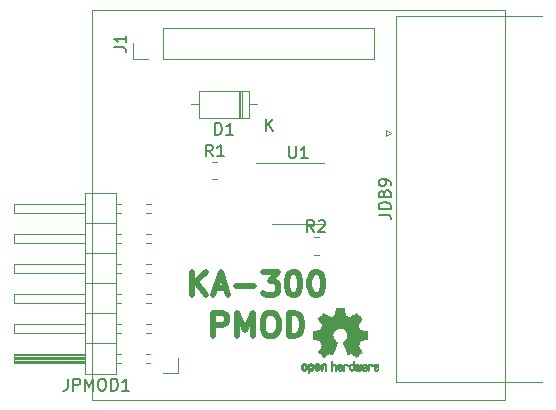
<source format=gbr>
%TF.GenerationSoftware,KiCad,Pcbnew,5.1.9*%
%TF.CreationDate,2021-02-06T21:01:27+01:00*%
%TF.ProjectId,linear_encoder,6c696e65-6172-45f6-956e-636f6465722e,0*%
%TF.SameCoordinates,Original*%
%TF.FileFunction,Legend,Top*%
%TF.FilePolarity,Positive*%
%FSLAX46Y46*%
G04 Gerber Fmt 4.6, Leading zero omitted, Abs format (unit mm)*
G04 Created by KiCad (PCBNEW 5.1.9) date 2021-02-06 21:01:27*
%MOMM*%
%LPD*%
G01*
G04 APERTURE LIST*
%ADD10C,0.500000*%
%TA.AperFunction,Profile*%
%ADD11C,0.100000*%
%TD*%
%ADD12C,0.010000*%
%ADD13C,0.120000*%
%ADD14C,0.150000*%
G04 APERTURE END LIST*
D10*
X82523809Y-43154761D02*
X82523809Y-41154761D01*
X83666666Y-43154761D02*
X82809523Y-42011904D01*
X83666666Y-41154761D02*
X82523809Y-42297619D01*
X84428571Y-42583333D02*
X85380952Y-42583333D01*
X84238095Y-43154761D02*
X84904761Y-41154761D01*
X85571428Y-43154761D01*
X86238095Y-42392857D02*
X87761904Y-42392857D01*
X88523809Y-41154761D02*
X89761904Y-41154761D01*
X89095238Y-41916666D01*
X89380952Y-41916666D01*
X89571428Y-42011904D01*
X89666666Y-42107142D01*
X89761904Y-42297619D01*
X89761904Y-42773809D01*
X89666666Y-42964285D01*
X89571428Y-43059523D01*
X89380952Y-43154761D01*
X88809523Y-43154761D01*
X88619047Y-43059523D01*
X88523809Y-42964285D01*
X91000000Y-41154761D02*
X91190476Y-41154761D01*
X91380952Y-41250000D01*
X91476190Y-41345238D01*
X91571428Y-41535714D01*
X91666666Y-41916666D01*
X91666666Y-42392857D01*
X91571428Y-42773809D01*
X91476190Y-42964285D01*
X91380952Y-43059523D01*
X91190476Y-43154761D01*
X91000000Y-43154761D01*
X90809523Y-43059523D01*
X90714285Y-42964285D01*
X90619047Y-42773809D01*
X90523809Y-42392857D01*
X90523809Y-41916666D01*
X90619047Y-41535714D01*
X90714285Y-41345238D01*
X90809523Y-41250000D01*
X91000000Y-41154761D01*
X92904761Y-41154761D02*
X93095238Y-41154761D01*
X93285714Y-41250000D01*
X93380952Y-41345238D01*
X93476190Y-41535714D01*
X93571428Y-41916666D01*
X93571428Y-42392857D01*
X93476190Y-42773809D01*
X93380952Y-42964285D01*
X93285714Y-43059523D01*
X93095238Y-43154761D01*
X92904761Y-43154761D01*
X92714285Y-43059523D01*
X92619047Y-42964285D01*
X92523809Y-42773809D01*
X92428571Y-42392857D01*
X92428571Y-41916666D01*
X92523809Y-41535714D01*
X92619047Y-41345238D01*
X92714285Y-41250000D01*
X92904761Y-41154761D01*
X84285714Y-46654761D02*
X84285714Y-44654761D01*
X85047619Y-44654761D01*
X85238095Y-44750000D01*
X85333333Y-44845238D01*
X85428571Y-45035714D01*
X85428571Y-45321428D01*
X85333333Y-45511904D01*
X85238095Y-45607142D01*
X85047619Y-45702380D01*
X84285714Y-45702380D01*
X86285714Y-46654761D02*
X86285714Y-44654761D01*
X86952380Y-46083333D01*
X87619047Y-44654761D01*
X87619047Y-46654761D01*
X88952380Y-44654761D02*
X89333333Y-44654761D01*
X89523809Y-44750000D01*
X89714285Y-44940476D01*
X89809523Y-45321428D01*
X89809523Y-45988095D01*
X89714285Y-46369047D01*
X89523809Y-46559523D01*
X89333333Y-46654761D01*
X88952380Y-46654761D01*
X88761904Y-46559523D01*
X88571428Y-46369047D01*
X88476190Y-45988095D01*
X88476190Y-45321428D01*
X88571428Y-44940476D01*
X88761904Y-44750000D01*
X88952380Y-44654761D01*
X90666666Y-46654761D02*
X90666666Y-44654761D01*
X91142857Y-44654761D01*
X91428571Y-44750000D01*
X91619047Y-44940476D01*
X91714285Y-45130952D01*
X91809523Y-45511904D01*
X91809523Y-45797619D01*
X91714285Y-46178571D01*
X91619047Y-46369047D01*
X91428571Y-46559523D01*
X91142857Y-46654761D01*
X90666666Y-46654761D01*
D11*
X109000000Y-19000000D02*
X109000000Y-52000000D01*
X74000000Y-19000000D02*
X109000000Y-19000000D01*
X74000000Y-52000000D02*
X74000000Y-19000000D01*
X109000000Y-52000000D02*
X74000000Y-52000000D01*
D12*
%TO.C,REF\u002A\u002A*%
G36*
X92599744Y-48919918D02*
G01*
X92655201Y-48947568D01*
X92704148Y-48998480D01*
X92717629Y-49017338D01*
X92732314Y-49042015D01*
X92741842Y-49068816D01*
X92747293Y-49104587D01*
X92749747Y-49156169D01*
X92750286Y-49224267D01*
X92747852Y-49317588D01*
X92739394Y-49387657D01*
X92723174Y-49439931D01*
X92697454Y-49479869D01*
X92660497Y-49512929D01*
X92657782Y-49514886D01*
X92621360Y-49534908D01*
X92577502Y-49544815D01*
X92521724Y-49547257D01*
X92431048Y-49547257D01*
X92431010Y-49635283D01*
X92430166Y-49684308D01*
X92425024Y-49713065D01*
X92411587Y-49730311D01*
X92385858Y-49744808D01*
X92379679Y-49747769D01*
X92350764Y-49761648D01*
X92328376Y-49770414D01*
X92311729Y-49771171D01*
X92300036Y-49761023D01*
X92292510Y-49737073D01*
X92288366Y-49696426D01*
X92286815Y-49636186D01*
X92287071Y-49553455D01*
X92288349Y-49445339D01*
X92288748Y-49413000D01*
X92290185Y-49301524D01*
X92291472Y-49228603D01*
X92430971Y-49228603D01*
X92431755Y-49290499D01*
X92435240Y-49330997D01*
X92443124Y-49357708D01*
X92457105Y-49378244D01*
X92466597Y-49388260D01*
X92505404Y-49417567D01*
X92539763Y-49419952D01*
X92575216Y-49395750D01*
X92576114Y-49394857D01*
X92590539Y-49376153D01*
X92599313Y-49350732D01*
X92603739Y-49311584D01*
X92605118Y-49251697D01*
X92605143Y-49238430D01*
X92601812Y-49155901D01*
X92590969Y-49098691D01*
X92571340Y-49063766D01*
X92541650Y-49048094D01*
X92524491Y-49046514D01*
X92483766Y-49053926D01*
X92455832Y-49078330D01*
X92439017Y-49122980D01*
X92431650Y-49191130D01*
X92430971Y-49228603D01*
X92291472Y-49228603D01*
X92291708Y-49215245D01*
X92293677Y-49150333D01*
X92296450Y-49102958D01*
X92300388Y-49069290D01*
X92305849Y-49045498D01*
X92313192Y-49027753D01*
X92322777Y-49012224D01*
X92326887Y-49006381D01*
X92381405Y-48951185D01*
X92450336Y-48919890D01*
X92530072Y-48911165D01*
X92599744Y-48919918D01*
G37*
X92599744Y-48919918D02*
X92655201Y-48947568D01*
X92704148Y-48998480D01*
X92717629Y-49017338D01*
X92732314Y-49042015D01*
X92741842Y-49068816D01*
X92747293Y-49104587D01*
X92749747Y-49156169D01*
X92750286Y-49224267D01*
X92747852Y-49317588D01*
X92739394Y-49387657D01*
X92723174Y-49439931D01*
X92697454Y-49479869D01*
X92660497Y-49512929D01*
X92657782Y-49514886D01*
X92621360Y-49534908D01*
X92577502Y-49544815D01*
X92521724Y-49547257D01*
X92431048Y-49547257D01*
X92431010Y-49635283D01*
X92430166Y-49684308D01*
X92425024Y-49713065D01*
X92411587Y-49730311D01*
X92385858Y-49744808D01*
X92379679Y-49747769D01*
X92350764Y-49761648D01*
X92328376Y-49770414D01*
X92311729Y-49771171D01*
X92300036Y-49761023D01*
X92292510Y-49737073D01*
X92288366Y-49696426D01*
X92286815Y-49636186D01*
X92287071Y-49553455D01*
X92288349Y-49445339D01*
X92288748Y-49413000D01*
X92290185Y-49301524D01*
X92291472Y-49228603D01*
X92430971Y-49228603D01*
X92431755Y-49290499D01*
X92435240Y-49330997D01*
X92443124Y-49357708D01*
X92457105Y-49378244D01*
X92466597Y-49388260D01*
X92505404Y-49417567D01*
X92539763Y-49419952D01*
X92575216Y-49395750D01*
X92576114Y-49394857D01*
X92590539Y-49376153D01*
X92599313Y-49350732D01*
X92603739Y-49311584D01*
X92605118Y-49251697D01*
X92605143Y-49238430D01*
X92601812Y-49155901D01*
X92590969Y-49098691D01*
X92571340Y-49063766D01*
X92541650Y-49048094D01*
X92524491Y-49046514D01*
X92483766Y-49053926D01*
X92455832Y-49078330D01*
X92439017Y-49122980D01*
X92431650Y-49191130D01*
X92430971Y-49228603D01*
X92291472Y-49228603D01*
X92291708Y-49215245D01*
X92293677Y-49150333D01*
X92296450Y-49102958D01*
X92300388Y-49069290D01*
X92305849Y-49045498D01*
X92313192Y-49027753D01*
X92322777Y-49012224D01*
X92326887Y-49006381D01*
X92381405Y-48951185D01*
X92450336Y-48919890D01*
X92530072Y-48911165D01*
X92599744Y-48919918D01*
G36*
X93716093Y-48927780D02*
G01*
X93762672Y-48954723D01*
X93795057Y-48981466D01*
X93818742Y-49009484D01*
X93835059Y-49043748D01*
X93845339Y-49089227D01*
X93850914Y-49150892D01*
X93853116Y-49233711D01*
X93853371Y-49293246D01*
X93853371Y-49512391D01*
X93791686Y-49540044D01*
X93730000Y-49567697D01*
X93722743Y-49327670D01*
X93719744Y-49238028D01*
X93716598Y-49172962D01*
X93712701Y-49128026D01*
X93707447Y-49098770D01*
X93700231Y-49080748D01*
X93690450Y-49069511D01*
X93687312Y-49067079D01*
X93639761Y-49048083D01*
X93591697Y-49055600D01*
X93563086Y-49075543D01*
X93551447Y-49089675D01*
X93543391Y-49108220D01*
X93538271Y-49136334D01*
X93535441Y-49179173D01*
X93534256Y-49241895D01*
X93534057Y-49307261D01*
X93534018Y-49389268D01*
X93532614Y-49447316D01*
X93527914Y-49486465D01*
X93517987Y-49511780D01*
X93500903Y-49528323D01*
X93474732Y-49541156D01*
X93439775Y-49554491D01*
X93401596Y-49569007D01*
X93406141Y-49311389D01*
X93407971Y-49218519D01*
X93410112Y-49149889D01*
X93413181Y-49100711D01*
X93417794Y-49066198D01*
X93424568Y-49041562D01*
X93434119Y-49022016D01*
X93445634Y-49004770D01*
X93501190Y-48949680D01*
X93568980Y-48917822D01*
X93642713Y-48910191D01*
X93716093Y-48927780D01*
G37*
X93716093Y-48927780D02*
X93762672Y-48954723D01*
X93795057Y-48981466D01*
X93818742Y-49009484D01*
X93835059Y-49043748D01*
X93845339Y-49089227D01*
X93850914Y-49150892D01*
X93853116Y-49233711D01*
X93853371Y-49293246D01*
X93853371Y-49512391D01*
X93791686Y-49540044D01*
X93730000Y-49567697D01*
X93722743Y-49327670D01*
X93719744Y-49238028D01*
X93716598Y-49172962D01*
X93712701Y-49128026D01*
X93707447Y-49098770D01*
X93700231Y-49080748D01*
X93690450Y-49069511D01*
X93687312Y-49067079D01*
X93639761Y-49048083D01*
X93591697Y-49055600D01*
X93563086Y-49075543D01*
X93551447Y-49089675D01*
X93543391Y-49108220D01*
X93538271Y-49136334D01*
X93535441Y-49179173D01*
X93534256Y-49241895D01*
X93534057Y-49307261D01*
X93534018Y-49389268D01*
X93532614Y-49447316D01*
X93527914Y-49486465D01*
X93517987Y-49511780D01*
X93500903Y-49528323D01*
X93474732Y-49541156D01*
X93439775Y-49554491D01*
X93401596Y-49569007D01*
X93406141Y-49311389D01*
X93407971Y-49218519D01*
X93410112Y-49149889D01*
X93413181Y-49100711D01*
X93417794Y-49066198D01*
X93424568Y-49041562D01*
X93434119Y-49022016D01*
X93445634Y-49004770D01*
X93501190Y-48949680D01*
X93568980Y-48917822D01*
X93642713Y-48910191D01*
X93716093Y-48927780D01*
G36*
X92041115Y-48921962D02*
G01*
X92109145Y-48957733D01*
X92159351Y-49015301D01*
X92177185Y-49052312D01*
X92191063Y-49107882D01*
X92198167Y-49178096D01*
X92198840Y-49254727D01*
X92193427Y-49329552D01*
X92182270Y-49394342D01*
X92165714Y-49440873D01*
X92160626Y-49448887D01*
X92100355Y-49508707D01*
X92028769Y-49544535D01*
X91951092Y-49555020D01*
X91872548Y-49538810D01*
X91850689Y-49529092D01*
X91808122Y-49499143D01*
X91770763Y-49459433D01*
X91767232Y-49454397D01*
X91752881Y-49430124D01*
X91743394Y-49404178D01*
X91737790Y-49370022D01*
X91735086Y-49321119D01*
X91734299Y-49250935D01*
X91734286Y-49235200D01*
X91734322Y-49230192D01*
X91879429Y-49230192D01*
X91880273Y-49296430D01*
X91883596Y-49340386D01*
X91890583Y-49368779D01*
X91902416Y-49388325D01*
X91908457Y-49394857D01*
X91943186Y-49419680D01*
X91976903Y-49418548D01*
X92010995Y-49397016D01*
X92031329Y-49374029D01*
X92043371Y-49340478D01*
X92050134Y-49287569D01*
X92050598Y-49281399D01*
X92051752Y-49185513D01*
X92039688Y-49114299D01*
X92014570Y-49068194D01*
X91976560Y-49047635D01*
X91962992Y-49046514D01*
X91927364Y-49052152D01*
X91902994Y-49071686D01*
X91888093Y-49109042D01*
X91880875Y-49168150D01*
X91879429Y-49230192D01*
X91734322Y-49230192D01*
X91734826Y-49160413D01*
X91737096Y-49108159D01*
X91742068Y-49071949D01*
X91750713Y-49045299D01*
X91764005Y-49021722D01*
X91766943Y-49017338D01*
X91816313Y-48958249D01*
X91870109Y-48923947D01*
X91935602Y-48910331D01*
X91957842Y-48909665D01*
X92041115Y-48921962D01*
G37*
X92041115Y-48921962D02*
X92109145Y-48957733D01*
X92159351Y-49015301D01*
X92177185Y-49052312D01*
X92191063Y-49107882D01*
X92198167Y-49178096D01*
X92198840Y-49254727D01*
X92193427Y-49329552D01*
X92182270Y-49394342D01*
X92165714Y-49440873D01*
X92160626Y-49448887D01*
X92100355Y-49508707D01*
X92028769Y-49544535D01*
X91951092Y-49555020D01*
X91872548Y-49538810D01*
X91850689Y-49529092D01*
X91808122Y-49499143D01*
X91770763Y-49459433D01*
X91767232Y-49454397D01*
X91752881Y-49430124D01*
X91743394Y-49404178D01*
X91737790Y-49370022D01*
X91735086Y-49321119D01*
X91734299Y-49250935D01*
X91734286Y-49235200D01*
X91734322Y-49230192D01*
X91879429Y-49230192D01*
X91880273Y-49296430D01*
X91883596Y-49340386D01*
X91890583Y-49368779D01*
X91902416Y-49388325D01*
X91908457Y-49394857D01*
X91943186Y-49419680D01*
X91976903Y-49418548D01*
X92010995Y-49397016D01*
X92031329Y-49374029D01*
X92043371Y-49340478D01*
X92050134Y-49287569D01*
X92050598Y-49281399D01*
X92051752Y-49185513D01*
X92039688Y-49114299D01*
X92014570Y-49068194D01*
X91976560Y-49047635D01*
X91962992Y-49046514D01*
X91927364Y-49052152D01*
X91902994Y-49071686D01*
X91888093Y-49109042D01*
X91880875Y-49168150D01*
X91879429Y-49230192D01*
X91734322Y-49230192D01*
X91734826Y-49160413D01*
X91737096Y-49108159D01*
X91742068Y-49071949D01*
X91750713Y-49045299D01*
X91764005Y-49021722D01*
X91766943Y-49017338D01*
X91816313Y-48958249D01*
X91870109Y-48923947D01*
X91935602Y-48910331D01*
X91957842Y-48909665D01*
X92041115Y-48921962D01*
G36*
X93168303Y-48931239D02*
G01*
X93225527Y-48969735D01*
X93269749Y-49025335D01*
X93296167Y-49096086D01*
X93301510Y-49148162D01*
X93300903Y-49169893D01*
X93295822Y-49186531D01*
X93281855Y-49201437D01*
X93254589Y-49217973D01*
X93209612Y-49239498D01*
X93142511Y-49269374D01*
X93142171Y-49269524D01*
X93080407Y-49297813D01*
X93029759Y-49322933D01*
X92995404Y-49342179D01*
X92982518Y-49352848D01*
X92982514Y-49352934D01*
X92993872Y-49376166D01*
X93020431Y-49401774D01*
X93050923Y-49420221D01*
X93066370Y-49423886D01*
X93108515Y-49411212D01*
X93144808Y-49379471D01*
X93162517Y-49344572D01*
X93179552Y-49318845D01*
X93212922Y-49289546D01*
X93252149Y-49264235D01*
X93286756Y-49250471D01*
X93293993Y-49249714D01*
X93302139Y-49262160D01*
X93302630Y-49293972D01*
X93296643Y-49336866D01*
X93285357Y-49382558D01*
X93269950Y-49422761D01*
X93269171Y-49424322D01*
X93222804Y-49489062D01*
X93162711Y-49533097D01*
X93094465Y-49554711D01*
X93023638Y-49552185D01*
X92955804Y-49523804D01*
X92952788Y-49521808D01*
X92899427Y-49473448D01*
X92864340Y-49410352D01*
X92844922Y-49327387D01*
X92842316Y-49304078D01*
X92837701Y-49194055D01*
X92843233Y-49142748D01*
X92982514Y-49142748D01*
X92984324Y-49174753D01*
X92994222Y-49184093D01*
X93018898Y-49177105D01*
X93057795Y-49160587D01*
X93101275Y-49139881D01*
X93102356Y-49139333D01*
X93139209Y-49119949D01*
X93154000Y-49107013D01*
X93150353Y-49093451D01*
X93134995Y-49075632D01*
X93095923Y-49049845D01*
X93053846Y-49047950D01*
X93016103Y-49066717D01*
X92990034Y-49102915D01*
X92982514Y-49142748D01*
X92843233Y-49142748D01*
X92847194Y-49106027D01*
X92871550Y-49036212D01*
X92905456Y-48987302D01*
X92966653Y-48937878D01*
X93034063Y-48913359D01*
X93102880Y-48911797D01*
X93168303Y-48931239D01*
G37*
X93168303Y-48931239D02*
X93225527Y-48969735D01*
X93269749Y-49025335D01*
X93296167Y-49096086D01*
X93301510Y-49148162D01*
X93300903Y-49169893D01*
X93295822Y-49186531D01*
X93281855Y-49201437D01*
X93254589Y-49217973D01*
X93209612Y-49239498D01*
X93142511Y-49269374D01*
X93142171Y-49269524D01*
X93080407Y-49297813D01*
X93029759Y-49322933D01*
X92995404Y-49342179D01*
X92982518Y-49352848D01*
X92982514Y-49352934D01*
X92993872Y-49376166D01*
X93020431Y-49401774D01*
X93050923Y-49420221D01*
X93066370Y-49423886D01*
X93108515Y-49411212D01*
X93144808Y-49379471D01*
X93162517Y-49344572D01*
X93179552Y-49318845D01*
X93212922Y-49289546D01*
X93252149Y-49264235D01*
X93286756Y-49250471D01*
X93293993Y-49249714D01*
X93302139Y-49262160D01*
X93302630Y-49293972D01*
X93296643Y-49336866D01*
X93285357Y-49382558D01*
X93269950Y-49422761D01*
X93269171Y-49424322D01*
X93222804Y-49489062D01*
X93162711Y-49533097D01*
X93094465Y-49554711D01*
X93023638Y-49552185D01*
X92955804Y-49523804D01*
X92952788Y-49521808D01*
X92899427Y-49473448D01*
X92864340Y-49410352D01*
X92844922Y-49327387D01*
X92842316Y-49304078D01*
X92837701Y-49194055D01*
X92843233Y-49142748D01*
X92982514Y-49142748D01*
X92984324Y-49174753D01*
X92994222Y-49184093D01*
X93018898Y-49177105D01*
X93057795Y-49160587D01*
X93101275Y-49139881D01*
X93102356Y-49139333D01*
X93139209Y-49119949D01*
X93154000Y-49107013D01*
X93150353Y-49093451D01*
X93134995Y-49075632D01*
X93095923Y-49049845D01*
X93053846Y-49047950D01*
X93016103Y-49066717D01*
X92990034Y-49102915D01*
X92982514Y-49142748D01*
X92843233Y-49142748D01*
X92847194Y-49106027D01*
X92871550Y-49036212D01*
X92905456Y-48987302D01*
X92966653Y-48937878D01*
X93034063Y-48913359D01*
X93102880Y-48911797D01*
X93168303Y-48931239D01*
G36*
X94375886Y-48851289D02*
G01*
X94380139Y-48910613D01*
X94385025Y-48945572D01*
X94391795Y-48960820D01*
X94401702Y-48961015D01*
X94404914Y-48959195D01*
X94447644Y-48946015D01*
X94503227Y-48946785D01*
X94559737Y-48960333D01*
X94595082Y-48977861D01*
X94631321Y-49005861D01*
X94657813Y-49037549D01*
X94675999Y-49077813D01*
X94687322Y-49131543D01*
X94693222Y-49203626D01*
X94695143Y-49298951D01*
X94695177Y-49317237D01*
X94695200Y-49522646D01*
X94649491Y-49538580D01*
X94617027Y-49549420D01*
X94599215Y-49554468D01*
X94598691Y-49554514D01*
X94596937Y-49540828D01*
X94595444Y-49503076D01*
X94594326Y-49446224D01*
X94593697Y-49375234D01*
X94593600Y-49332073D01*
X94593398Y-49246973D01*
X94592358Y-49185981D01*
X94589831Y-49144177D01*
X94585164Y-49116642D01*
X94577707Y-49098456D01*
X94566811Y-49084698D01*
X94560007Y-49078073D01*
X94513272Y-49051375D01*
X94462272Y-49049375D01*
X94416001Y-49071955D01*
X94407444Y-49080107D01*
X94394893Y-49095436D01*
X94386188Y-49113618D01*
X94380631Y-49139909D01*
X94377526Y-49179562D01*
X94376176Y-49237832D01*
X94375886Y-49318173D01*
X94375886Y-49522646D01*
X94330177Y-49538580D01*
X94297713Y-49549420D01*
X94279901Y-49554468D01*
X94279377Y-49554514D01*
X94278037Y-49540623D01*
X94276828Y-49501439D01*
X94275801Y-49440700D01*
X94275002Y-49362141D01*
X94274481Y-49269498D01*
X94274286Y-49166509D01*
X94274286Y-48769342D01*
X94321457Y-48749444D01*
X94368629Y-48729547D01*
X94375886Y-48851289D01*
G37*
X94375886Y-48851289D02*
X94380139Y-48910613D01*
X94385025Y-48945572D01*
X94391795Y-48960820D01*
X94401702Y-48961015D01*
X94404914Y-48959195D01*
X94447644Y-48946015D01*
X94503227Y-48946785D01*
X94559737Y-48960333D01*
X94595082Y-48977861D01*
X94631321Y-49005861D01*
X94657813Y-49037549D01*
X94675999Y-49077813D01*
X94687322Y-49131543D01*
X94693222Y-49203626D01*
X94695143Y-49298951D01*
X94695177Y-49317237D01*
X94695200Y-49522646D01*
X94649491Y-49538580D01*
X94617027Y-49549420D01*
X94599215Y-49554468D01*
X94598691Y-49554514D01*
X94596937Y-49540828D01*
X94595444Y-49503076D01*
X94594326Y-49446224D01*
X94593697Y-49375234D01*
X94593600Y-49332073D01*
X94593398Y-49246973D01*
X94592358Y-49185981D01*
X94589831Y-49144177D01*
X94585164Y-49116642D01*
X94577707Y-49098456D01*
X94566811Y-49084698D01*
X94560007Y-49078073D01*
X94513272Y-49051375D01*
X94462272Y-49049375D01*
X94416001Y-49071955D01*
X94407444Y-49080107D01*
X94394893Y-49095436D01*
X94386188Y-49113618D01*
X94380631Y-49139909D01*
X94377526Y-49179562D01*
X94376176Y-49237832D01*
X94375886Y-49318173D01*
X94375886Y-49522646D01*
X94330177Y-49538580D01*
X94297713Y-49549420D01*
X94279901Y-49554468D01*
X94279377Y-49554514D01*
X94278037Y-49540623D01*
X94276828Y-49501439D01*
X94275801Y-49440700D01*
X94275002Y-49362141D01*
X94274481Y-49269498D01*
X94274286Y-49166509D01*
X94274286Y-48769342D01*
X94321457Y-48749444D01*
X94368629Y-48729547D01*
X94375886Y-48851289D01*
G36*
X95039744Y-48950968D02*
G01*
X95096616Y-48972087D01*
X95097267Y-48972493D01*
X95132440Y-48998380D01*
X95158407Y-49028633D01*
X95176670Y-49068058D01*
X95188732Y-49121462D01*
X95196096Y-49193651D01*
X95200264Y-49289432D01*
X95200629Y-49303078D01*
X95205876Y-49508842D01*
X95161716Y-49531678D01*
X95129763Y-49547110D01*
X95110470Y-49554423D01*
X95109578Y-49554514D01*
X95106239Y-49541022D01*
X95103587Y-49504626D01*
X95101956Y-49451452D01*
X95101600Y-49408393D01*
X95101592Y-49338641D01*
X95098403Y-49294837D01*
X95087288Y-49273944D01*
X95063501Y-49272925D01*
X95022296Y-49288741D01*
X94960086Y-49317815D01*
X94914341Y-49341963D01*
X94890813Y-49362913D01*
X94883896Y-49385747D01*
X94883886Y-49386877D01*
X94895299Y-49426212D01*
X94929092Y-49447462D01*
X94980809Y-49450539D01*
X95018061Y-49450006D01*
X95037703Y-49460735D01*
X95049952Y-49486505D01*
X95057002Y-49519337D01*
X95046842Y-49537966D01*
X95043017Y-49540632D01*
X95007001Y-49551340D01*
X94956566Y-49552856D01*
X94904626Y-49545759D01*
X94867822Y-49532788D01*
X94816938Y-49489585D01*
X94788014Y-49429446D01*
X94782286Y-49382462D01*
X94786657Y-49340082D01*
X94802475Y-49305488D01*
X94833797Y-49274763D01*
X94884678Y-49243990D01*
X94959176Y-49209252D01*
X94963714Y-49207288D01*
X95030821Y-49176287D01*
X95072232Y-49150862D01*
X95089981Y-49128014D01*
X95086107Y-49104745D01*
X95062643Y-49078056D01*
X95055627Y-49071914D01*
X95008630Y-49048100D01*
X94959933Y-49049103D01*
X94917522Y-49072451D01*
X94889384Y-49115675D01*
X94886769Y-49124160D01*
X94861308Y-49165308D01*
X94829001Y-49185128D01*
X94782286Y-49204770D01*
X94782286Y-49153950D01*
X94796496Y-49080082D01*
X94838675Y-49012327D01*
X94860624Y-48989661D01*
X94910517Y-48960569D01*
X94973967Y-48947400D01*
X95039744Y-48950968D01*
G37*
X95039744Y-48950968D02*
X95096616Y-48972087D01*
X95097267Y-48972493D01*
X95132440Y-48998380D01*
X95158407Y-49028633D01*
X95176670Y-49068058D01*
X95188732Y-49121462D01*
X95196096Y-49193651D01*
X95200264Y-49289432D01*
X95200629Y-49303078D01*
X95205876Y-49508842D01*
X95161716Y-49531678D01*
X95129763Y-49547110D01*
X95110470Y-49554423D01*
X95109578Y-49554514D01*
X95106239Y-49541022D01*
X95103587Y-49504626D01*
X95101956Y-49451452D01*
X95101600Y-49408393D01*
X95101592Y-49338641D01*
X95098403Y-49294837D01*
X95087288Y-49273944D01*
X95063501Y-49272925D01*
X95022296Y-49288741D01*
X94960086Y-49317815D01*
X94914341Y-49341963D01*
X94890813Y-49362913D01*
X94883896Y-49385747D01*
X94883886Y-49386877D01*
X94895299Y-49426212D01*
X94929092Y-49447462D01*
X94980809Y-49450539D01*
X95018061Y-49450006D01*
X95037703Y-49460735D01*
X95049952Y-49486505D01*
X95057002Y-49519337D01*
X95046842Y-49537966D01*
X95043017Y-49540632D01*
X95007001Y-49551340D01*
X94956566Y-49552856D01*
X94904626Y-49545759D01*
X94867822Y-49532788D01*
X94816938Y-49489585D01*
X94788014Y-49429446D01*
X94782286Y-49382462D01*
X94786657Y-49340082D01*
X94802475Y-49305488D01*
X94833797Y-49274763D01*
X94884678Y-49243990D01*
X94959176Y-49209252D01*
X94963714Y-49207288D01*
X95030821Y-49176287D01*
X95072232Y-49150862D01*
X95089981Y-49128014D01*
X95086107Y-49104745D01*
X95062643Y-49078056D01*
X95055627Y-49071914D01*
X95008630Y-49048100D01*
X94959933Y-49049103D01*
X94917522Y-49072451D01*
X94889384Y-49115675D01*
X94886769Y-49124160D01*
X94861308Y-49165308D01*
X94829001Y-49185128D01*
X94782286Y-49204770D01*
X94782286Y-49153950D01*
X94796496Y-49080082D01*
X94838675Y-49012327D01*
X94860624Y-48989661D01*
X94910517Y-48960569D01*
X94973967Y-48947400D01*
X95039744Y-48950968D01*
G36*
X95529926Y-48949755D02*
G01*
X95595858Y-48974084D01*
X95649273Y-49017117D01*
X95670164Y-49047409D01*
X95692939Y-49102994D01*
X95692466Y-49143186D01*
X95668562Y-49170217D01*
X95659717Y-49174813D01*
X95621530Y-49189144D01*
X95602028Y-49185472D01*
X95595422Y-49161407D01*
X95595086Y-49148114D01*
X95582992Y-49099210D01*
X95551471Y-49064999D01*
X95507659Y-49048476D01*
X95458695Y-49052634D01*
X95418894Y-49074227D01*
X95405450Y-49086544D01*
X95395921Y-49101487D01*
X95389485Y-49124075D01*
X95385317Y-49159328D01*
X95382597Y-49212266D01*
X95380502Y-49287907D01*
X95379960Y-49311857D01*
X95377981Y-49393790D01*
X95375731Y-49451455D01*
X95372357Y-49489608D01*
X95367006Y-49513004D01*
X95358824Y-49526398D01*
X95346959Y-49534545D01*
X95339362Y-49538144D01*
X95307102Y-49550452D01*
X95288111Y-49554514D01*
X95281836Y-49540948D01*
X95278006Y-49499934D01*
X95276600Y-49430999D01*
X95277598Y-49333669D01*
X95277908Y-49318657D01*
X95280101Y-49229859D01*
X95282693Y-49165019D01*
X95286382Y-49119067D01*
X95291864Y-49086935D01*
X95299835Y-49063553D01*
X95310993Y-49043852D01*
X95316830Y-49035410D01*
X95350296Y-48998057D01*
X95387727Y-48969003D01*
X95392309Y-48966467D01*
X95459426Y-48946443D01*
X95529926Y-48949755D01*
G37*
X95529926Y-48949755D02*
X95595858Y-48974084D01*
X95649273Y-49017117D01*
X95670164Y-49047409D01*
X95692939Y-49102994D01*
X95692466Y-49143186D01*
X95668562Y-49170217D01*
X95659717Y-49174813D01*
X95621530Y-49189144D01*
X95602028Y-49185472D01*
X95595422Y-49161407D01*
X95595086Y-49148114D01*
X95582992Y-49099210D01*
X95551471Y-49064999D01*
X95507659Y-49048476D01*
X95458695Y-49052634D01*
X95418894Y-49074227D01*
X95405450Y-49086544D01*
X95395921Y-49101487D01*
X95389485Y-49124075D01*
X95385317Y-49159328D01*
X95382597Y-49212266D01*
X95380502Y-49287907D01*
X95379960Y-49311857D01*
X95377981Y-49393790D01*
X95375731Y-49451455D01*
X95372357Y-49489608D01*
X95367006Y-49513004D01*
X95358824Y-49526398D01*
X95346959Y-49534545D01*
X95339362Y-49538144D01*
X95307102Y-49550452D01*
X95288111Y-49554514D01*
X95281836Y-49540948D01*
X95278006Y-49499934D01*
X95276600Y-49430999D01*
X95277598Y-49333669D01*
X95277908Y-49318657D01*
X95280101Y-49229859D01*
X95282693Y-49165019D01*
X95286382Y-49119067D01*
X95291864Y-49086935D01*
X95299835Y-49063553D01*
X95310993Y-49043852D01*
X95316830Y-49035410D01*
X95350296Y-48998057D01*
X95387727Y-48969003D01*
X95392309Y-48966467D01*
X95459426Y-48946443D01*
X95529926Y-48949755D01*
G36*
X96190117Y-49065358D02*
G01*
X96189933Y-49173837D01*
X96189219Y-49257287D01*
X96187675Y-49319704D01*
X96185001Y-49365085D01*
X96180894Y-49397429D01*
X96175055Y-49420733D01*
X96167182Y-49438995D01*
X96161221Y-49449418D01*
X96111855Y-49505945D01*
X96049264Y-49541377D01*
X95980013Y-49554090D01*
X95910668Y-49542463D01*
X95869375Y-49521568D01*
X95826025Y-49485422D01*
X95796481Y-49441276D01*
X95778655Y-49383462D01*
X95770463Y-49306313D01*
X95769302Y-49249714D01*
X95769458Y-49245647D01*
X95870857Y-49245647D01*
X95871476Y-49310550D01*
X95874314Y-49353514D01*
X95880840Y-49381622D01*
X95892523Y-49401953D01*
X95906483Y-49417288D01*
X95953365Y-49446890D01*
X96003701Y-49449419D01*
X96051276Y-49424705D01*
X96054979Y-49421356D01*
X96070783Y-49403935D01*
X96080693Y-49383209D01*
X96086058Y-49352362D01*
X96088228Y-49304577D01*
X96088571Y-49251748D01*
X96087827Y-49185381D01*
X96084748Y-49141106D01*
X96078061Y-49112009D01*
X96066496Y-49091173D01*
X96057013Y-49080107D01*
X96012960Y-49052198D01*
X95962224Y-49048843D01*
X95913796Y-49070159D01*
X95904450Y-49078073D01*
X95888540Y-49095647D01*
X95878610Y-49116587D01*
X95873278Y-49147782D01*
X95871163Y-49196122D01*
X95870857Y-49245647D01*
X95769458Y-49245647D01*
X95772810Y-49158568D01*
X95784726Y-49090086D01*
X95807135Y-49038600D01*
X95842124Y-48998443D01*
X95869375Y-48977861D01*
X95918907Y-48955625D01*
X95976316Y-48945304D01*
X96029682Y-48948067D01*
X96059543Y-48959212D01*
X96071261Y-48962383D01*
X96079037Y-48950557D01*
X96084465Y-48918866D01*
X96088571Y-48870593D01*
X96093067Y-48816829D01*
X96099313Y-48784482D01*
X96110676Y-48765985D01*
X96130528Y-48753770D01*
X96143000Y-48748362D01*
X96190171Y-48728601D01*
X96190117Y-49065358D01*
G37*
X96190117Y-49065358D02*
X96189933Y-49173837D01*
X96189219Y-49257287D01*
X96187675Y-49319704D01*
X96185001Y-49365085D01*
X96180894Y-49397429D01*
X96175055Y-49420733D01*
X96167182Y-49438995D01*
X96161221Y-49449418D01*
X96111855Y-49505945D01*
X96049264Y-49541377D01*
X95980013Y-49554090D01*
X95910668Y-49542463D01*
X95869375Y-49521568D01*
X95826025Y-49485422D01*
X95796481Y-49441276D01*
X95778655Y-49383462D01*
X95770463Y-49306313D01*
X95769302Y-49249714D01*
X95769458Y-49245647D01*
X95870857Y-49245647D01*
X95871476Y-49310550D01*
X95874314Y-49353514D01*
X95880840Y-49381622D01*
X95892523Y-49401953D01*
X95906483Y-49417288D01*
X95953365Y-49446890D01*
X96003701Y-49449419D01*
X96051276Y-49424705D01*
X96054979Y-49421356D01*
X96070783Y-49403935D01*
X96080693Y-49383209D01*
X96086058Y-49352362D01*
X96088228Y-49304577D01*
X96088571Y-49251748D01*
X96087827Y-49185381D01*
X96084748Y-49141106D01*
X96078061Y-49112009D01*
X96066496Y-49091173D01*
X96057013Y-49080107D01*
X96012960Y-49052198D01*
X95962224Y-49048843D01*
X95913796Y-49070159D01*
X95904450Y-49078073D01*
X95888540Y-49095647D01*
X95878610Y-49116587D01*
X95873278Y-49147782D01*
X95871163Y-49196122D01*
X95870857Y-49245647D01*
X95769458Y-49245647D01*
X95772810Y-49158568D01*
X95784726Y-49090086D01*
X95807135Y-49038600D01*
X95842124Y-48998443D01*
X95869375Y-48977861D01*
X95918907Y-48955625D01*
X95976316Y-48945304D01*
X96029682Y-48948067D01*
X96059543Y-48959212D01*
X96071261Y-48962383D01*
X96079037Y-48950557D01*
X96084465Y-48918866D01*
X96088571Y-48870593D01*
X96093067Y-48816829D01*
X96099313Y-48784482D01*
X96110676Y-48765985D01*
X96130528Y-48753770D01*
X96143000Y-48748362D01*
X96190171Y-48728601D01*
X96190117Y-49065358D01*
G36*
X96779833Y-48958663D02*
G01*
X96782048Y-48996850D01*
X96783784Y-49054886D01*
X96784899Y-49128180D01*
X96785257Y-49205055D01*
X96785257Y-49465196D01*
X96739326Y-49511127D01*
X96707675Y-49539429D01*
X96679890Y-49550893D01*
X96641915Y-49550168D01*
X96626840Y-49548321D01*
X96579726Y-49542948D01*
X96540756Y-49539869D01*
X96531257Y-49539585D01*
X96499233Y-49541445D01*
X96453432Y-49546114D01*
X96435674Y-49548321D01*
X96392057Y-49551735D01*
X96362745Y-49544320D01*
X96333680Y-49521427D01*
X96323188Y-49511127D01*
X96277257Y-49465196D01*
X96277257Y-48978602D01*
X96314226Y-48961758D01*
X96346059Y-48949282D01*
X96364683Y-48944914D01*
X96369458Y-48958718D01*
X96373921Y-48997286D01*
X96377775Y-49056356D01*
X96380722Y-49131663D01*
X96382143Y-49195286D01*
X96386114Y-49445657D01*
X96420759Y-49450556D01*
X96452268Y-49447131D01*
X96467708Y-49436041D01*
X96472023Y-49415308D01*
X96475708Y-49371145D01*
X96478469Y-49309146D01*
X96480012Y-49234909D01*
X96480235Y-49196706D01*
X96480457Y-48976783D01*
X96526166Y-48960849D01*
X96558518Y-48950015D01*
X96576115Y-48944962D01*
X96576623Y-48944914D01*
X96578388Y-48958648D01*
X96580329Y-48996730D01*
X96582282Y-49054482D01*
X96584084Y-49127227D01*
X96585343Y-49195286D01*
X96589314Y-49445657D01*
X96676400Y-49445657D01*
X96680396Y-49217240D01*
X96684392Y-48988822D01*
X96726847Y-48966868D01*
X96758192Y-48951793D01*
X96776744Y-48944951D01*
X96777279Y-48944914D01*
X96779833Y-48958663D01*
G37*
X96779833Y-48958663D02*
X96782048Y-48996850D01*
X96783784Y-49054886D01*
X96784899Y-49128180D01*
X96785257Y-49205055D01*
X96785257Y-49465196D01*
X96739326Y-49511127D01*
X96707675Y-49539429D01*
X96679890Y-49550893D01*
X96641915Y-49550168D01*
X96626840Y-49548321D01*
X96579726Y-49542948D01*
X96540756Y-49539869D01*
X96531257Y-49539585D01*
X96499233Y-49541445D01*
X96453432Y-49546114D01*
X96435674Y-49548321D01*
X96392057Y-49551735D01*
X96362745Y-49544320D01*
X96333680Y-49521427D01*
X96323188Y-49511127D01*
X96277257Y-49465196D01*
X96277257Y-48978602D01*
X96314226Y-48961758D01*
X96346059Y-48949282D01*
X96364683Y-48944914D01*
X96369458Y-48958718D01*
X96373921Y-48997286D01*
X96377775Y-49056356D01*
X96380722Y-49131663D01*
X96382143Y-49195286D01*
X96386114Y-49445657D01*
X96420759Y-49450556D01*
X96452268Y-49447131D01*
X96467708Y-49436041D01*
X96472023Y-49415308D01*
X96475708Y-49371145D01*
X96478469Y-49309146D01*
X96480012Y-49234909D01*
X96480235Y-49196706D01*
X96480457Y-48976783D01*
X96526166Y-48960849D01*
X96558518Y-48950015D01*
X96576115Y-48944962D01*
X96576623Y-48944914D01*
X96578388Y-48958648D01*
X96580329Y-48996730D01*
X96582282Y-49054482D01*
X96584084Y-49127227D01*
X96585343Y-49195286D01*
X96589314Y-49445657D01*
X96676400Y-49445657D01*
X96680396Y-49217240D01*
X96684392Y-48988822D01*
X96726847Y-48966868D01*
X96758192Y-48951793D01*
X96776744Y-48944951D01*
X96777279Y-48944914D01*
X96779833Y-48958663D01*
G36*
X97144876Y-48956335D02*
G01*
X97186667Y-48975344D01*
X97219469Y-48998378D01*
X97243503Y-49024133D01*
X97260097Y-49057358D01*
X97270577Y-49102800D01*
X97276271Y-49165207D01*
X97278507Y-49249327D01*
X97278743Y-49304721D01*
X97278743Y-49520826D01*
X97241774Y-49537670D01*
X97212656Y-49549981D01*
X97198231Y-49554514D01*
X97195472Y-49541025D01*
X97193282Y-49504653D01*
X97191942Y-49451542D01*
X97191657Y-49409372D01*
X97190434Y-49348447D01*
X97187136Y-49300115D01*
X97182321Y-49270518D01*
X97178496Y-49264229D01*
X97152783Y-49270652D01*
X97112418Y-49287125D01*
X97065679Y-49309458D01*
X97020845Y-49333457D01*
X96986193Y-49354930D01*
X96970002Y-49369685D01*
X96969938Y-49369845D01*
X96971330Y-49397152D01*
X96983818Y-49423219D01*
X97005743Y-49444392D01*
X97037743Y-49451474D01*
X97065092Y-49450649D01*
X97103826Y-49450042D01*
X97124158Y-49459116D01*
X97136369Y-49483092D01*
X97137909Y-49487613D01*
X97143203Y-49521806D01*
X97129047Y-49542568D01*
X97092148Y-49552462D01*
X97052289Y-49554292D01*
X96980562Y-49540727D01*
X96943432Y-49521355D01*
X96897576Y-49475845D01*
X96873256Y-49419983D01*
X96871073Y-49360957D01*
X96891629Y-49305953D01*
X96922549Y-49271486D01*
X96953420Y-49252189D01*
X97001942Y-49227759D01*
X97058485Y-49202985D01*
X97067910Y-49199199D01*
X97130019Y-49171791D01*
X97165822Y-49147634D01*
X97177337Y-49123619D01*
X97166580Y-49096635D01*
X97148114Y-49075543D01*
X97104469Y-49049572D01*
X97056446Y-49047624D01*
X97012406Y-49067637D01*
X96980709Y-49107551D01*
X96976549Y-49117848D01*
X96952327Y-49155724D01*
X96916965Y-49183842D01*
X96872343Y-49206917D01*
X96872343Y-49141485D01*
X96874969Y-49101506D01*
X96886230Y-49069997D01*
X96911199Y-49036378D01*
X96935169Y-49010484D01*
X96972441Y-48973817D01*
X97001401Y-48954121D01*
X97032505Y-48946220D01*
X97067713Y-48944914D01*
X97144876Y-48956335D01*
G37*
X97144876Y-48956335D02*
X97186667Y-48975344D01*
X97219469Y-48998378D01*
X97243503Y-49024133D01*
X97260097Y-49057358D01*
X97270577Y-49102800D01*
X97276271Y-49165207D01*
X97278507Y-49249327D01*
X97278743Y-49304721D01*
X97278743Y-49520826D01*
X97241774Y-49537670D01*
X97212656Y-49549981D01*
X97198231Y-49554514D01*
X97195472Y-49541025D01*
X97193282Y-49504653D01*
X97191942Y-49451542D01*
X97191657Y-49409372D01*
X97190434Y-49348447D01*
X97187136Y-49300115D01*
X97182321Y-49270518D01*
X97178496Y-49264229D01*
X97152783Y-49270652D01*
X97112418Y-49287125D01*
X97065679Y-49309458D01*
X97020845Y-49333457D01*
X96986193Y-49354930D01*
X96970002Y-49369685D01*
X96969938Y-49369845D01*
X96971330Y-49397152D01*
X96983818Y-49423219D01*
X97005743Y-49444392D01*
X97037743Y-49451474D01*
X97065092Y-49450649D01*
X97103826Y-49450042D01*
X97124158Y-49459116D01*
X97136369Y-49483092D01*
X97137909Y-49487613D01*
X97143203Y-49521806D01*
X97129047Y-49542568D01*
X97092148Y-49552462D01*
X97052289Y-49554292D01*
X96980562Y-49540727D01*
X96943432Y-49521355D01*
X96897576Y-49475845D01*
X96873256Y-49419983D01*
X96871073Y-49360957D01*
X96891629Y-49305953D01*
X96922549Y-49271486D01*
X96953420Y-49252189D01*
X97001942Y-49227759D01*
X97058485Y-49202985D01*
X97067910Y-49199199D01*
X97130019Y-49171791D01*
X97165822Y-49147634D01*
X97177337Y-49123619D01*
X97166580Y-49096635D01*
X97148114Y-49075543D01*
X97104469Y-49049572D01*
X97056446Y-49047624D01*
X97012406Y-49067637D01*
X96980709Y-49107551D01*
X96976549Y-49117848D01*
X96952327Y-49155724D01*
X96916965Y-49183842D01*
X96872343Y-49206917D01*
X96872343Y-49141485D01*
X96874969Y-49101506D01*
X96886230Y-49069997D01*
X96911199Y-49036378D01*
X96935169Y-49010484D01*
X96972441Y-48973817D01*
X97001401Y-48954121D01*
X97032505Y-48946220D01*
X97067713Y-48944914D01*
X97144876Y-48956335D01*
G36*
X97652600Y-48958752D02*
G01*
X97669948Y-48966334D01*
X97711356Y-48999128D01*
X97746765Y-49046547D01*
X97768664Y-49097151D01*
X97772229Y-49122098D01*
X97760279Y-49156927D01*
X97734067Y-49175357D01*
X97705964Y-49186516D01*
X97693095Y-49188572D01*
X97686829Y-49173649D01*
X97674456Y-49141175D01*
X97669028Y-49126502D01*
X97638590Y-49075744D01*
X97594520Y-49050427D01*
X97538010Y-49051206D01*
X97533825Y-49052203D01*
X97503655Y-49066507D01*
X97481476Y-49094393D01*
X97466327Y-49139287D01*
X97457250Y-49204615D01*
X97453286Y-49293804D01*
X97452914Y-49341261D01*
X97452730Y-49416071D01*
X97451522Y-49467069D01*
X97448309Y-49499471D01*
X97442109Y-49518495D01*
X97431940Y-49529356D01*
X97416819Y-49537272D01*
X97415946Y-49537670D01*
X97386828Y-49549981D01*
X97372403Y-49554514D01*
X97370186Y-49540809D01*
X97368289Y-49502925D01*
X97366847Y-49445715D01*
X97365998Y-49374027D01*
X97365829Y-49321565D01*
X97366692Y-49220047D01*
X97370070Y-49143032D01*
X97377142Y-49086023D01*
X97389088Y-49044526D01*
X97407090Y-49014043D01*
X97432327Y-48990080D01*
X97457247Y-48973355D01*
X97517171Y-48951097D01*
X97586911Y-48946076D01*
X97652600Y-48958752D01*
G37*
X97652600Y-48958752D02*
X97669948Y-48966334D01*
X97711356Y-48999128D01*
X97746765Y-49046547D01*
X97768664Y-49097151D01*
X97772229Y-49122098D01*
X97760279Y-49156927D01*
X97734067Y-49175357D01*
X97705964Y-49186516D01*
X97693095Y-49188572D01*
X97686829Y-49173649D01*
X97674456Y-49141175D01*
X97669028Y-49126502D01*
X97638590Y-49075744D01*
X97594520Y-49050427D01*
X97538010Y-49051206D01*
X97533825Y-49052203D01*
X97503655Y-49066507D01*
X97481476Y-49094393D01*
X97466327Y-49139287D01*
X97457250Y-49204615D01*
X97453286Y-49293804D01*
X97452914Y-49341261D01*
X97452730Y-49416071D01*
X97451522Y-49467069D01*
X97448309Y-49499471D01*
X97442109Y-49518495D01*
X97431940Y-49529356D01*
X97416819Y-49537272D01*
X97415946Y-49537670D01*
X97386828Y-49549981D01*
X97372403Y-49554514D01*
X97370186Y-49540809D01*
X97368289Y-49502925D01*
X97366847Y-49445715D01*
X97365998Y-49374027D01*
X97365829Y-49321565D01*
X97366692Y-49220047D01*
X97370070Y-49143032D01*
X97377142Y-49086023D01*
X97389088Y-49044526D01*
X97407090Y-49014043D01*
X97432327Y-48990080D01*
X97457247Y-48973355D01*
X97517171Y-48951097D01*
X97586911Y-48946076D01*
X97652600Y-48958752D01*
G36*
X98153595Y-48966966D02*
G01*
X98211021Y-49004497D01*
X98238719Y-49038096D01*
X98260662Y-49099064D01*
X98262405Y-49147308D01*
X98258457Y-49211816D01*
X98109686Y-49276934D01*
X98037349Y-49310202D01*
X97990084Y-49336964D01*
X97965507Y-49360144D01*
X97961237Y-49382667D01*
X97974889Y-49407455D01*
X97989943Y-49423886D01*
X98033746Y-49450235D01*
X98081389Y-49452081D01*
X98125145Y-49431546D01*
X98157289Y-49390752D01*
X98163038Y-49376347D01*
X98190576Y-49331356D01*
X98222258Y-49312182D01*
X98265714Y-49295779D01*
X98265714Y-49357966D01*
X98261872Y-49400283D01*
X98246823Y-49435969D01*
X98215280Y-49476943D01*
X98210592Y-49482267D01*
X98175506Y-49518720D01*
X98145347Y-49538283D01*
X98107615Y-49547283D01*
X98076335Y-49550230D01*
X98020385Y-49550965D01*
X97980555Y-49541660D01*
X97955708Y-49527846D01*
X97916656Y-49497467D01*
X97889625Y-49464613D01*
X97872517Y-49423294D01*
X97863238Y-49367521D01*
X97859693Y-49291305D01*
X97859410Y-49252622D01*
X97860372Y-49206247D01*
X97948007Y-49206247D01*
X97949023Y-49231126D01*
X97951556Y-49235200D01*
X97968274Y-49229665D01*
X98004249Y-49215017D01*
X98052331Y-49194190D01*
X98062386Y-49189714D01*
X98123152Y-49158814D01*
X98156632Y-49131657D01*
X98163990Y-49106220D01*
X98146391Y-49080481D01*
X98131856Y-49069109D01*
X98079410Y-49046364D01*
X98030322Y-49050122D01*
X97989227Y-49077884D01*
X97960758Y-49127152D01*
X97951631Y-49166257D01*
X97948007Y-49206247D01*
X97860372Y-49206247D01*
X97861285Y-49162249D01*
X97868196Y-49095384D01*
X97881884Y-49046695D01*
X97904096Y-49010849D01*
X97936574Y-48982513D01*
X97950733Y-48973355D01*
X98015053Y-48949507D01*
X98085473Y-48948006D01*
X98153595Y-48966966D01*
G37*
X98153595Y-48966966D02*
X98211021Y-49004497D01*
X98238719Y-49038096D01*
X98260662Y-49099064D01*
X98262405Y-49147308D01*
X98258457Y-49211816D01*
X98109686Y-49276934D01*
X98037349Y-49310202D01*
X97990084Y-49336964D01*
X97965507Y-49360144D01*
X97961237Y-49382667D01*
X97974889Y-49407455D01*
X97989943Y-49423886D01*
X98033746Y-49450235D01*
X98081389Y-49452081D01*
X98125145Y-49431546D01*
X98157289Y-49390752D01*
X98163038Y-49376347D01*
X98190576Y-49331356D01*
X98222258Y-49312182D01*
X98265714Y-49295779D01*
X98265714Y-49357966D01*
X98261872Y-49400283D01*
X98246823Y-49435969D01*
X98215280Y-49476943D01*
X98210592Y-49482267D01*
X98175506Y-49518720D01*
X98145347Y-49538283D01*
X98107615Y-49547283D01*
X98076335Y-49550230D01*
X98020385Y-49550965D01*
X97980555Y-49541660D01*
X97955708Y-49527846D01*
X97916656Y-49497467D01*
X97889625Y-49464613D01*
X97872517Y-49423294D01*
X97863238Y-49367521D01*
X97859693Y-49291305D01*
X97859410Y-49252622D01*
X97860372Y-49206247D01*
X97948007Y-49206247D01*
X97949023Y-49231126D01*
X97951556Y-49235200D01*
X97968274Y-49229665D01*
X98004249Y-49215017D01*
X98052331Y-49194190D01*
X98062386Y-49189714D01*
X98123152Y-49158814D01*
X98156632Y-49131657D01*
X98163990Y-49106220D01*
X98146391Y-49080481D01*
X98131856Y-49069109D01*
X98079410Y-49046364D01*
X98030322Y-49050122D01*
X97989227Y-49077884D01*
X97960758Y-49127152D01*
X97951631Y-49166257D01*
X97948007Y-49206247D01*
X97860372Y-49206247D01*
X97861285Y-49162249D01*
X97868196Y-49095384D01*
X97881884Y-49046695D01*
X97904096Y-49010849D01*
X97936574Y-48982513D01*
X97950733Y-48973355D01*
X98015053Y-48949507D01*
X98085473Y-48948006D01*
X98153595Y-48966966D01*
G36*
X95103910Y-44242348D02*
G01*
X95182454Y-44242778D01*
X95239298Y-44243942D01*
X95278105Y-44246207D01*
X95302538Y-44249940D01*
X95316262Y-44255506D01*
X95322940Y-44263273D01*
X95326236Y-44273605D01*
X95326556Y-44274943D01*
X95331562Y-44299079D01*
X95340829Y-44346701D01*
X95353392Y-44412741D01*
X95368287Y-44492128D01*
X95384551Y-44579796D01*
X95385119Y-44582875D01*
X95401410Y-44668789D01*
X95416652Y-44744696D01*
X95429861Y-44806045D01*
X95440054Y-44848282D01*
X95446248Y-44866855D01*
X95446543Y-44867184D01*
X95464788Y-44876253D01*
X95502405Y-44891367D01*
X95551271Y-44909262D01*
X95551543Y-44909358D01*
X95613093Y-44932493D01*
X95685657Y-44961965D01*
X95754057Y-44991597D01*
X95757294Y-44993062D01*
X95868702Y-45043626D01*
X96115399Y-44875160D01*
X96191077Y-44823803D01*
X96259631Y-44777889D01*
X96317088Y-44740030D01*
X96359476Y-44712837D01*
X96382825Y-44698921D01*
X96385042Y-44697889D01*
X96402010Y-44702484D01*
X96433701Y-44724655D01*
X96481352Y-44765447D01*
X96546198Y-44825905D01*
X96612397Y-44890227D01*
X96676214Y-44953612D01*
X96733329Y-45011451D01*
X96780305Y-45060175D01*
X96813703Y-45096210D01*
X96830085Y-45115984D01*
X96830694Y-45117002D01*
X96832505Y-45130572D01*
X96825683Y-45152733D01*
X96808540Y-45186478D01*
X96779393Y-45234800D01*
X96736555Y-45300692D01*
X96679448Y-45385517D01*
X96628766Y-45460177D01*
X96583461Y-45527140D01*
X96546150Y-45582516D01*
X96519452Y-45622420D01*
X96505985Y-45642962D01*
X96505137Y-45644356D01*
X96506781Y-45664038D01*
X96519245Y-45702293D01*
X96540048Y-45751889D01*
X96547462Y-45767728D01*
X96579814Y-45838290D01*
X96614328Y-45918353D01*
X96642365Y-45987629D01*
X96662568Y-46039045D01*
X96678615Y-46078119D01*
X96687888Y-46098541D01*
X96689041Y-46100114D01*
X96706096Y-46102721D01*
X96746298Y-46109863D01*
X96804302Y-46120523D01*
X96874763Y-46133685D01*
X96952335Y-46148333D01*
X97031672Y-46163449D01*
X97107431Y-46178018D01*
X97174264Y-46191022D01*
X97226828Y-46201445D01*
X97259776Y-46208270D01*
X97267857Y-46210199D01*
X97276205Y-46214962D01*
X97282506Y-46225718D01*
X97287045Y-46246098D01*
X97290104Y-46279734D01*
X97291967Y-46330255D01*
X97292918Y-46401292D01*
X97293240Y-46496476D01*
X97293257Y-46535492D01*
X97293257Y-46852799D01*
X97217057Y-46867839D01*
X97174663Y-46875995D01*
X97111400Y-46887899D01*
X97034962Y-46902116D01*
X96953043Y-46917210D01*
X96930400Y-46921355D01*
X96854806Y-46936053D01*
X96788953Y-46950505D01*
X96738366Y-46963375D01*
X96708574Y-46973322D01*
X96703612Y-46976287D01*
X96691426Y-46997283D01*
X96673953Y-47037967D01*
X96654577Y-47090322D01*
X96650734Y-47101600D01*
X96625339Y-47171523D01*
X96593817Y-47250418D01*
X96562969Y-47321266D01*
X96562817Y-47321595D01*
X96511447Y-47432733D01*
X96680399Y-47681253D01*
X96849352Y-47929772D01*
X96632429Y-48147058D01*
X96566819Y-48211726D01*
X96506979Y-48268733D01*
X96456267Y-48315033D01*
X96418046Y-48347584D01*
X96395675Y-48363343D01*
X96392466Y-48364343D01*
X96373626Y-48356469D01*
X96335180Y-48334578D01*
X96281330Y-48301267D01*
X96216276Y-48259131D01*
X96145940Y-48211943D01*
X96074555Y-48163810D01*
X96010908Y-48121928D01*
X95959041Y-48088871D01*
X95922995Y-48067218D01*
X95906867Y-48059543D01*
X95887189Y-48066037D01*
X95849875Y-48083150D01*
X95802621Y-48107326D01*
X95797612Y-48110013D01*
X95733977Y-48141927D01*
X95690341Y-48157579D01*
X95663202Y-48157745D01*
X95649057Y-48143204D01*
X95648975Y-48143000D01*
X95641905Y-48125779D01*
X95625042Y-48084899D01*
X95599695Y-48023525D01*
X95567171Y-47944819D01*
X95528778Y-47851947D01*
X95485822Y-47748072D01*
X95444222Y-47647502D01*
X95398504Y-47536516D01*
X95356526Y-47433703D01*
X95319548Y-47342215D01*
X95288827Y-47265201D01*
X95265622Y-47205815D01*
X95251190Y-47167209D01*
X95246743Y-47152800D01*
X95257896Y-47136272D01*
X95287069Y-47109930D01*
X95325971Y-47080887D01*
X95436757Y-46989039D01*
X95523351Y-46883759D01*
X95584716Y-46767266D01*
X95619815Y-46641776D01*
X95627608Y-46509507D01*
X95621943Y-46448457D01*
X95591078Y-46321795D01*
X95537920Y-46209941D01*
X95465767Y-46114001D01*
X95377917Y-46035076D01*
X95277665Y-45974270D01*
X95168310Y-45932687D01*
X95053147Y-45911428D01*
X94935475Y-45911599D01*
X94818590Y-45934301D01*
X94705789Y-45980638D01*
X94600369Y-46051713D01*
X94556368Y-46091911D01*
X94471979Y-46195129D01*
X94413222Y-46307925D01*
X94379704Y-46427010D01*
X94371035Y-46549095D01*
X94386823Y-46670893D01*
X94426678Y-46789116D01*
X94490207Y-46900475D01*
X94577021Y-47001684D01*
X94674029Y-47080887D01*
X94714437Y-47111162D01*
X94742982Y-47137219D01*
X94753257Y-47152825D01*
X94747877Y-47169843D01*
X94732575Y-47210500D01*
X94708612Y-47271642D01*
X94677244Y-47350119D01*
X94639732Y-47442780D01*
X94597333Y-47546472D01*
X94555663Y-47647526D01*
X94509690Y-47758607D01*
X94467107Y-47861541D01*
X94429221Y-47953165D01*
X94397340Y-48030316D01*
X94372771Y-48089831D01*
X94356820Y-48128544D01*
X94350910Y-48143000D01*
X94336948Y-48157685D01*
X94309940Y-48157642D01*
X94266413Y-48142099D01*
X94202890Y-48110284D01*
X94202388Y-48110013D01*
X94154560Y-48085323D01*
X94115897Y-48067338D01*
X94094095Y-48059614D01*
X94093133Y-48059543D01*
X94076721Y-48067378D01*
X94040487Y-48089165D01*
X93988474Y-48122328D01*
X93924725Y-48164291D01*
X93854060Y-48211943D01*
X93782116Y-48260191D01*
X93717274Y-48302151D01*
X93663735Y-48335227D01*
X93625697Y-48356821D01*
X93607533Y-48364343D01*
X93590808Y-48354457D01*
X93557180Y-48326826D01*
X93510010Y-48284495D01*
X93452658Y-48230505D01*
X93388484Y-48167899D01*
X93367497Y-48146983D01*
X93150499Y-47929623D01*
X93315668Y-47687220D01*
X93365864Y-47612781D01*
X93409919Y-47545972D01*
X93445362Y-47490665D01*
X93469719Y-47450729D01*
X93480522Y-47430036D01*
X93480838Y-47428563D01*
X93475143Y-47409058D01*
X93459826Y-47369822D01*
X93437537Y-47317430D01*
X93421893Y-47282355D01*
X93392641Y-47215201D01*
X93365094Y-47147358D01*
X93343737Y-47090034D01*
X93337935Y-47072572D01*
X93321452Y-47025938D01*
X93305340Y-46989905D01*
X93296490Y-46976287D01*
X93276960Y-46967952D01*
X93234334Y-46956137D01*
X93174145Y-46942181D01*
X93101922Y-46927422D01*
X93069600Y-46921355D01*
X92987522Y-46906273D01*
X92908795Y-46891669D01*
X92841109Y-46878980D01*
X92792160Y-46869642D01*
X92782943Y-46867839D01*
X92706743Y-46852799D01*
X92706743Y-46535492D01*
X92706914Y-46431154D01*
X92707616Y-46352213D01*
X92709134Y-46295038D01*
X92711749Y-46255999D01*
X92715746Y-46231465D01*
X92721409Y-46217805D01*
X92729020Y-46211389D01*
X92732143Y-46210199D01*
X92750978Y-46205980D01*
X92792588Y-46197562D01*
X92851630Y-46185961D01*
X92922757Y-46172195D01*
X93000625Y-46157280D01*
X93079887Y-46142232D01*
X93155198Y-46128069D01*
X93221213Y-46115806D01*
X93272587Y-46106461D01*
X93303975Y-46101050D01*
X93310959Y-46100114D01*
X93317285Y-46087596D01*
X93331290Y-46054246D01*
X93350355Y-46006377D01*
X93357634Y-45987629D01*
X93386996Y-45915195D01*
X93421571Y-45835170D01*
X93452537Y-45767728D01*
X93475323Y-45716159D01*
X93490482Y-45673785D01*
X93495542Y-45647834D01*
X93494736Y-45644356D01*
X93484041Y-45627936D01*
X93459620Y-45591417D01*
X93424095Y-45538687D01*
X93380087Y-45473635D01*
X93330217Y-45400151D01*
X93320356Y-45385645D01*
X93262492Y-45299704D01*
X93219956Y-45234261D01*
X93191054Y-45186304D01*
X93174090Y-45152820D01*
X93167367Y-45130795D01*
X93169190Y-45117217D01*
X93169236Y-45117131D01*
X93183586Y-45099297D01*
X93215323Y-45064817D01*
X93261010Y-45017268D01*
X93317204Y-44960222D01*
X93380468Y-44897255D01*
X93387602Y-44890227D01*
X93467330Y-44813020D01*
X93528857Y-44756330D01*
X93573421Y-44719110D01*
X93602257Y-44700315D01*
X93614958Y-44697889D01*
X93633494Y-44708471D01*
X93671961Y-44732916D01*
X93726386Y-44768612D01*
X93792798Y-44812947D01*
X93867225Y-44863311D01*
X93884601Y-44875160D01*
X94131297Y-45043626D01*
X94242706Y-44993062D01*
X94310457Y-44963595D01*
X94383183Y-44933959D01*
X94445703Y-44910330D01*
X94448457Y-44909358D01*
X94497360Y-44891457D01*
X94535057Y-44876320D01*
X94553425Y-44867210D01*
X94553456Y-44867184D01*
X94559285Y-44850717D01*
X94569192Y-44810219D01*
X94582195Y-44750242D01*
X94597309Y-44675340D01*
X94613552Y-44590064D01*
X94614881Y-44582875D01*
X94631175Y-44495014D01*
X94646133Y-44415260D01*
X94658791Y-44348681D01*
X94668186Y-44300347D01*
X94673354Y-44275325D01*
X94673444Y-44274943D01*
X94676589Y-44264299D01*
X94682704Y-44256262D01*
X94695453Y-44250467D01*
X94718500Y-44246547D01*
X94755509Y-44244135D01*
X94810144Y-44242865D01*
X94886067Y-44242371D01*
X94986944Y-44242286D01*
X95000000Y-44242286D01*
X95103910Y-44242348D01*
G37*
X95103910Y-44242348D02*
X95182454Y-44242778D01*
X95239298Y-44243942D01*
X95278105Y-44246207D01*
X95302538Y-44249940D01*
X95316262Y-44255506D01*
X95322940Y-44263273D01*
X95326236Y-44273605D01*
X95326556Y-44274943D01*
X95331562Y-44299079D01*
X95340829Y-44346701D01*
X95353392Y-44412741D01*
X95368287Y-44492128D01*
X95384551Y-44579796D01*
X95385119Y-44582875D01*
X95401410Y-44668789D01*
X95416652Y-44744696D01*
X95429861Y-44806045D01*
X95440054Y-44848282D01*
X95446248Y-44866855D01*
X95446543Y-44867184D01*
X95464788Y-44876253D01*
X95502405Y-44891367D01*
X95551271Y-44909262D01*
X95551543Y-44909358D01*
X95613093Y-44932493D01*
X95685657Y-44961965D01*
X95754057Y-44991597D01*
X95757294Y-44993062D01*
X95868702Y-45043626D01*
X96115399Y-44875160D01*
X96191077Y-44823803D01*
X96259631Y-44777889D01*
X96317088Y-44740030D01*
X96359476Y-44712837D01*
X96382825Y-44698921D01*
X96385042Y-44697889D01*
X96402010Y-44702484D01*
X96433701Y-44724655D01*
X96481352Y-44765447D01*
X96546198Y-44825905D01*
X96612397Y-44890227D01*
X96676214Y-44953612D01*
X96733329Y-45011451D01*
X96780305Y-45060175D01*
X96813703Y-45096210D01*
X96830085Y-45115984D01*
X96830694Y-45117002D01*
X96832505Y-45130572D01*
X96825683Y-45152733D01*
X96808540Y-45186478D01*
X96779393Y-45234800D01*
X96736555Y-45300692D01*
X96679448Y-45385517D01*
X96628766Y-45460177D01*
X96583461Y-45527140D01*
X96546150Y-45582516D01*
X96519452Y-45622420D01*
X96505985Y-45642962D01*
X96505137Y-45644356D01*
X96506781Y-45664038D01*
X96519245Y-45702293D01*
X96540048Y-45751889D01*
X96547462Y-45767728D01*
X96579814Y-45838290D01*
X96614328Y-45918353D01*
X96642365Y-45987629D01*
X96662568Y-46039045D01*
X96678615Y-46078119D01*
X96687888Y-46098541D01*
X96689041Y-46100114D01*
X96706096Y-46102721D01*
X96746298Y-46109863D01*
X96804302Y-46120523D01*
X96874763Y-46133685D01*
X96952335Y-46148333D01*
X97031672Y-46163449D01*
X97107431Y-46178018D01*
X97174264Y-46191022D01*
X97226828Y-46201445D01*
X97259776Y-46208270D01*
X97267857Y-46210199D01*
X97276205Y-46214962D01*
X97282506Y-46225718D01*
X97287045Y-46246098D01*
X97290104Y-46279734D01*
X97291967Y-46330255D01*
X97292918Y-46401292D01*
X97293240Y-46496476D01*
X97293257Y-46535492D01*
X97293257Y-46852799D01*
X97217057Y-46867839D01*
X97174663Y-46875995D01*
X97111400Y-46887899D01*
X97034962Y-46902116D01*
X96953043Y-46917210D01*
X96930400Y-46921355D01*
X96854806Y-46936053D01*
X96788953Y-46950505D01*
X96738366Y-46963375D01*
X96708574Y-46973322D01*
X96703612Y-46976287D01*
X96691426Y-46997283D01*
X96673953Y-47037967D01*
X96654577Y-47090322D01*
X96650734Y-47101600D01*
X96625339Y-47171523D01*
X96593817Y-47250418D01*
X96562969Y-47321266D01*
X96562817Y-47321595D01*
X96511447Y-47432733D01*
X96680399Y-47681253D01*
X96849352Y-47929772D01*
X96632429Y-48147058D01*
X96566819Y-48211726D01*
X96506979Y-48268733D01*
X96456267Y-48315033D01*
X96418046Y-48347584D01*
X96395675Y-48363343D01*
X96392466Y-48364343D01*
X96373626Y-48356469D01*
X96335180Y-48334578D01*
X96281330Y-48301267D01*
X96216276Y-48259131D01*
X96145940Y-48211943D01*
X96074555Y-48163810D01*
X96010908Y-48121928D01*
X95959041Y-48088871D01*
X95922995Y-48067218D01*
X95906867Y-48059543D01*
X95887189Y-48066037D01*
X95849875Y-48083150D01*
X95802621Y-48107326D01*
X95797612Y-48110013D01*
X95733977Y-48141927D01*
X95690341Y-48157579D01*
X95663202Y-48157745D01*
X95649057Y-48143204D01*
X95648975Y-48143000D01*
X95641905Y-48125779D01*
X95625042Y-48084899D01*
X95599695Y-48023525D01*
X95567171Y-47944819D01*
X95528778Y-47851947D01*
X95485822Y-47748072D01*
X95444222Y-47647502D01*
X95398504Y-47536516D01*
X95356526Y-47433703D01*
X95319548Y-47342215D01*
X95288827Y-47265201D01*
X95265622Y-47205815D01*
X95251190Y-47167209D01*
X95246743Y-47152800D01*
X95257896Y-47136272D01*
X95287069Y-47109930D01*
X95325971Y-47080887D01*
X95436757Y-46989039D01*
X95523351Y-46883759D01*
X95584716Y-46767266D01*
X95619815Y-46641776D01*
X95627608Y-46509507D01*
X95621943Y-46448457D01*
X95591078Y-46321795D01*
X95537920Y-46209941D01*
X95465767Y-46114001D01*
X95377917Y-46035076D01*
X95277665Y-45974270D01*
X95168310Y-45932687D01*
X95053147Y-45911428D01*
X94935475Y-45911599D01*
X94818590Y-45934301D01*
X94705789Y-45980638D01*
X94600369Y-46051713D01*
X94556368Y-46091911D01*
X94471979Y-46195129D01*
X94413222Y-46307925D01*
X94379704Y-46427010D01*
X94371035Y-46549095D01*
X94386823Y-46670893D01*
X94426678Y-46789116D01*
X94490207Y-46900475D01*
X94577021Y-47001684D01*
X94674029Y-47080887D01*
X94714437Y-47111162D01*
X94742982Y-47137219D01*
X94753257Y-47152825D01*
X94747877Y-47169843D01*
X94732575Y-47210500D01*
X94708612Y-47271642D01*
X94677244Y-47350119D01*
X94639732Y-47442780D01*
X94597333Y-47546472D01*
X94555663Y-47647526D01*
X94509690Y-47758607D01*
X94467107Y-47861541D01*
X94429221Y-47953165D01*
X94397340Y-48030316D01*
X94372771Y-48089831D01*
X94356820Y-48128544D01*
X94350910Y-48143000D01*
X94336948Y-48157685D01*
X94309940Y-48157642D01*
X94266413Y-48142099D01*
X94202890Y-48110284D01*
X94202388Y-48110013D01*
X94154560Y-48085323D01*
X94115897Y-48067338D01*
X94094095Y-48059614D01*
X94093133Y-48059543D01*
X94076721Y-48067378D01*
X94040487Y-48089165D01*
X93988474Y-48122328D01*
X93924725Y-48164291D01*
X93854060Y-48211943D01*
X93782116Y-48260191D01*
X93717274Y-48302151D01*
X93663735Y-48335227D01*
X93625697Y-48356821D01*
X93607533Y-48364343D01*
X93590808Y-48354457D01*
X93557180Y-48326826D01*
X93510010Y-48284495D01*
X93452658Y-48230505D01*
X93388484Y-48167899D01*
X93367497Y-48146983D01*
X93150499Y-47929623D01*
X93315668Y-47687220D01*
X93365864Y-47612781D01*
X93409919Y-47545972D01*
X93445362Y-47490665D01*
X93469719Y-47450729D01*
X93480522Y-47430036D01*
X93480838Y-47428563D01*
X93475143Y-47409058D01*
X93459826Y-47369822D01*
X93437537Y-47317430D01*
X93421893Y-47282355D01*
X93392641Y-47215201D01*
X93365094Y-47147358D01*
X93343737Y-47090034D01*
X93337935Y-47072572D01*
X93321452Y-47025938D01*
X93305340Y-46989905D01*
X93296490Y-46976287D01*
X93276960Y-46967952D01*
X93234334Y-46956137D01*
X93174145Y-46942181D01*
X93101922Y-46927422D01*
X93069600Y-46921355D01*
X92987522Y-46906273D01*
X92908795Y-46891669D01*
X92841109Y-46878980D01*
X92792160Y-46869642D01*
X92782943Y-46867839D01*
X92706743Y-46852799D01*
X92706743Y-46535492D01*
X92706914Y-46431154D01*
X92707616Y-46352213D01*
X92709134Y-46295038D01*
X92711749Y-46255999D01*
X92715746Y-46231465D01*
X92721409Y-46217805D01*
X92729020Y-46211389D01*
X92732143Y-46210199D01*
X92750978Y-46205980D01*
X92792588Y-46197562D01*
X92851630Y-46185961D01*
X92922757Y-46172195D01*
X93000625Y-46157280D01*
X93079887Y-46142232D01*
X93155198Y-46128069D01*
X93221213Y-46115806D01*
X93272587Y-46106461D01*
X93303975Y-46101050D01*
X93310959Y-46100114D01*
X93317285Y-46087596D01*
X93331290Y-46054246D01*
X93350355Y-46006377D01*
X93357634Y-45987629D01*
X93386996Y-45915195D01*
X93421571Y-45835170D01*
X93452537Y-45767728D01*
X93475323Y-45716159D01*
X93490482Y-45673785D01*
X93495542Y-45647834D01*
X93494736Y-45644356D01*
X93484041Y-45627936D01*
X93459620Y-45591417D01*
X93424095Y-45538687D01*
X93380087Y-45473635D01*
X93330217Y-45400151D01*
X93320356Y-45385645D01*
X93262492Y-45299704D01*
X93219956Y-45234261D01*
X93191054Y-45186304D01*
X93174090Y-45152820D01*
X93167367Y-45130795D01*
X93169190Y-45117217D01*
X93169236Y-45117131D01*
X93183586Y-45099297D01*
X93215323Y-45064817D01*
X93261010Y-45017268D01*
X93317204Y-44960222D01*
X93380468Y-44897255D01*
X93387602Y-44890227D01*
X93467330Y-44813020D01*
X93528857Y-44756330D01*
X93573421Y-44719110D01*
X93602257Y-44700315D01*
X93614958Y-44697889D01*
X93633494Y-44708471D01*
X93671961Y-44732916D01*
X93726386Y-44768612D01*
X93792798Y-44812947D01*
X93867225Y-44863311D01*
X93884601Y-44875160D01*
X94131297Y-45043626D01*
X94242706Y-44993062D01*
X94310457Y-44963595D01*
X94383183Y-44933959D01*
X94445703Y-44910330D01*
X94448457Y-44909358D01*
X94497360Y-44891457D01*
X94535057Y-44876320D01*
X94553425Y-44867210D01*
X94553456Y-44867184D01*
X94559285Y-44850717D01*
X94569192Y-44810219D01*
X94582195Y-44750242D01*
X94597309Y-44675340D01*
X94613552Y-44590064D01*
X94614881Y-44582875D01*
X94631175Y-44495014D01*
X94646133Y-44415260D01*
X94658791Y-44348681D01*
X94668186Y-44300347D01*
X94673354Y-44275325D01*
X94673444Y-44274943D01*
X94676589Y-44264299D01*
X94682704Y-44256262D01*
X94695453Y-44250467D01*
X94718500Y-44246547D01*
X94755509Y-44244135D01*
X94810144Y-44242865D01*
X94886067Y-44242371D01*
X94986944Y-44242286D01*
X95000000Y-44242286D01*
X95103910Y-44242348D01*
D13*
%TO.C,U1*%
X91480000Y-37150000D02*
X93680000Y-37150000D01*
X91480000Y-37150000D02*
X89280000Y-37150000D01*
X91480000Y-31930000D02*
X93680000Y-31930000D01*
X91480000Y-31930000D02*
X87880000Y-31930000D01*
%TO.C,R2*%
X92772936Y-38265000D02*
X93227064Y-38265000D01*
X92772936Y-39735000D02*
X93227064Y-39735000D01*
%TO.C,R1*%
X84172936Y-31865000D02*
X84627064Y-31865000D01*
X84172936Y-33335000D02*
X84627064Y-33335000D01*
%TO.C,JPMOD1*%
X76070000Y-49840000D02*
X76070000Y-34480000D01*
X76070000Y-34480000D02*
X73410000Y-34480000D01*
X73410000Y-34480000D02*
X73410000Y-49840000D01*
X73410000Y-49840000D02*
X76070000Y-49840000D01*
X73410000Y-48890000D02*
X67410000Y-48890000D01*
X67410000Y-48890000D02*
X67410000Y-48130000D01*
X67410000Y-48130000D02*
X73410000Y-48130000D01*
X73410000Y-48830000D02*
X67410000Y-48830000D01*
X73410000Y-48710000D02*
X67410000Y-48710000D01*
X73410000Y-48590000D02*
X67410000Y-48590000D01*
X73410000Y-48470000D02*
X67410000Y-48470000D01*
X73410000Y-48350000D02*
X67410000Y-48350000D01*
X73410000Y-48230000D02*
X67410000Y-48230000D01*
X76467071Y-48890000D02*
X76070000Y-48890000D01*
X76467071Y-48130000D02*
X76070000Y-48130000D01*
X78940000Y-48890000D02*
X78552929Y-48890000D01*
X78940000Y-48130000D02*
X78552929Y-48130000D01*
X76070000Y-47240000D02*
X73410000Y-47240000D01*
X73410000Y-46350000D02*
X67410000Y-46350000D01*
X67410000Y-46350000D02*
X67410000Y-45590000D01*
X67410000Y-45590000D02*
X73410000Y-45590000D01*
X76467071Y-46350000D02*
X76070000Y-46350000D01*
X76467071Y-45590000D02*
X76070000Y-45590000D01*
X79007071Y-46350000D02*
X78552929Y-46350000D01*
X79007071Y-45590000D02*
X78552929Y-45590000D01*
X76070000Y-44700000D02*
X73410000Y-44700000D01*
X73410000Y-43810000D02*
X67410000Y-43810000D01*
X67410000Y-43810000D02*
X67410000Y-43050000D01*
X67410000Y-43050000D02*
X73410000Y-43050000D01*
X76467071Y-43810000D02*
X76070000Y-43810000D01*
X76467071Y-43050000D02*
X76070000Y-43050000D01*
X79007071Y-43810000D02*
X78552929Y-43810000D01*
X79007071Y-43050000D02*
X78552929Y-43050000D01*
X76070000Y-42160000D02*
X73410000Y-42160000D01*
X73410000Y-41270000D02*
X67410000Y-41270000D01*
X67410000Y-41270000D02*
X67410000Y-40510000D01*
X67410000Y-40510000D02*
X73410000Y-40510000D01*
X76467071Y-41270000D02*
X76070000Y-41270000D01*
X76467071Y-40510000D02*
X76070000Y-40510000D01*
X79007071Y-41270000D02*
X78552929Y-41270000D01*
X79007071Y-40510000D02*
X78552929Y-40510000D01*
X76070000Y-39620000D02*
X73410000Y-39620000D01*
X73410000Y-38730000D02*
X67410000Y-38730000D01*
X67410000Y-38730000D02*
X67410000Y-37970000D01*
X67410000Y-37970000D02*
X73410000Y-37970000D01*
X76467071Y-38730000D02*
X76070000Y-38730000D01*
X76467071Y-37970000D02*
X76070000Y-37970000D01*
X79007071Y-38730000D02*
X78552929Y-38730000D01*
X79007071Y-37970000D02*
X78552929Y-37970000D01*
X76070000Y-37080000D02*
X73410000Y-37080000D01*
X73410000Y-36190000D02*
X67410000Y-36190000D01*
X67410000Y-36190000D02*
X67410000Y-35430000D01*
X67410000Y-35430000D02*
X73410000Y-35430000D01*
X76467071Y-36190000D02*
X76070000Y-36190000D01*
X76467071Y-35430000D02*
X76070000Y-35430000D01*
X79007071Y-36190000D02*
X78552929Y-36190000D01*
X79007071Y-35430000D02*
X78552929Y-35430000D01*
X81320000Y-48510000D02*
X81320000Y-49780000D01*
X81320000Y-49780000D02*
X80050000Y-49780000D01*
%TO.C,JDB9*%
X112120000Y-50485000D02*
X99780000Y-50485000D01*
X99780000Y-50485000D02*
X99780000Y-19515000D01*
X99780000Y-19515000D02*
X112120000Y-19515000D01*
X98885662Y-29710000D02*
X98885662Y-29210000D01*
X98885662Y-29210000D02*
X99318675Y-29460000D01*
X99318675Y-29460000D02*
X98885662Y-29710000D01*
%TO.C,J1*%
X97890000Y-23170000D02*
X97890000Y-20510000D01*
X80050000Y-23170000D02*
X97890000Y-23170000D01*
X80050000Y-20510000D02*
X97890000Y-20510000D01*
X80050000Y-23170000D02*
X80050000Y-20510000D01*
X78780000Y-23170000D02*
X77450000Y-23170000D01*
X77450000Y-23170000D02*
X77450000Y-21840000D01*
%TO.C,D1*%
X87310000Y-28120000D02*
X87310000Y-25880000D01*
X87310000Y-25880000D02*
X83070000Y-25880000D01*
X83070000Y-25880000D02*
X83070000Y-28120000D01*
X83070000Y-28120000D02*
X87310000Y-28120000D01*
X87960000Y-27000000D02*
X87310000Y-27000000D01*
X82420000Y-27000000D02*
X83070000Y-27000000D01*
X86590000Y-28120000D02*
X86590000Y-25880000D01*
X86470000Y-28120000D02*
X86470000Y-25880000D01*
X86710000Y-28120000D02*
X86710000Y-25880000D01*
%TD*%
%TO.C,U1*%
D14*
X90718095Y-30542380D02*
X90718095Y-31351904D01*
X90765714Y-31447142D01*
X90813333Y-31494761D01*
X90908571Y-31542380D01*
X91099047Y-31542380D01*
X91194285Y-31494761D01*
X91241904Y-31447142D01*
X91289523Y-31351904D01*
X91289523Y-30542380D01*
X92289523Y-31542380D02*
X91718095Y-31542380D01*
X92003809Y-31542380D02*
X92003809Y-30542380D01*
X91908571Y-30685238D01*
X91813333Y-30780476D01*
X91718095Y-30828095D01*
%TO.C,R2*%
X92833333Y-37802380D02*
X92500000Y-37326190D01*
X92261904Y-37802380D02*
X92261904Y-36802380D01*
X92642857Y-36802380D01*
X92738095Y-36850000D01*
X92785714Y-36897619D01*
X92833333Y-36992857D01*
X92833333Y-37135714D01*
X92785714Y-37230952D01*
X92738095Y-37278571D01*
X92642857Y-37326190D01*
X92261904Y-37326190D01*
X93214285Y-36897619D02*
X93261904Y-36850000D01*
X93357142Y-36802380D01*
X93595238Y-36802380D01*
X93690476Y-36850000D01*
X93738095Y-36897619D01*
X93785714Y-36992857D01*
X93785714Y-37088095D01*
X93738095Y-37230952D01*
X93166666Y-37802380D01*
X93785714Y-37802380D01*
%TO.C,R1*%
X84233333Y-31402380D02*
X83900000Y-30926190D01*
X83661904Y-31402380D02*
X83661904Y-30402380D01*
X84042857Y-30402380D01*
X84138095Y-30450000D01*
X84185714Y-30497619D01*
X84233333Y-30592857D01*
X84233333Y-30735714D01*
X84185714Y-30830952D01*
X84138095Y-30878571D01*
X84042857Y-30926190D01*
X83661904Y-30926190D01*
X85185714Y-31402380D02*
X84614285Y-31402380D01*
X84900000Y-31402380D02*
X84900000Y-30402380D01*
X84804761Y-30545238D01*
X84709523Y-30640476D01*
X84614285Y-30688095D01*
%TO.C,JPMOD1*%
X71966428Y-50232380D02*
X71966428Y-50946666D01*
X71918809Y-51089523D01*
X71823571Y-51184761D01*
X71680714Y-51232380D01*
X71585476Y-51232380D01*
X72442619Y-51232380D02*
X72442619Y-50232380D01*
X72823571Y-50232380D01*
X72918809Y-50280000D01*
X72966428Y-50327619D01*
X73014047Y-50422857D01*
X73014047Y-50565714D01*
X72966428Y-50660952D01*
X72918809Y-50708571D01*
X72823571Y-50756190D01*
X72442619Y-50756190D01*
X73442619Y-51232380D02*
X73442619Y-50232380D01*
X73775952Y-50946666D01*
X74109285Y-50232380D01*
X74109285Y-51232380D01*
X74775952Y-50232380D02*
X74966428Y-50232380D01*
X75061666Y-50280000D01*
X75156904Y-50375238D01*
X75204523Y-50565714D01*
X75204523Y-50899047D01*
X75156904Y-51089523D01*
X75061666Y-51184761D01*
X74966428Y-51232380D01*
X74775952Y-51232380D01*
X74680714Y-51184761D01*
X74585476Y-51089523D01*
X74537857Y-50899047D01*
X74537857Y-50565714D01*
X74585476Y-50375238D01*
X74680714Y-50280000D01*
X74775952Y-50232380D01*
X75633095Y-51232380D02*
X75633095Y-50232380D01*
X75871190Y-50232380D01*
X76014047Y-50280000D01*
X76109285Y-50375238D01*
X76156904Y-50470476D01*
X76204523Y-50660952D01*
X76204523Y-50803809D01*
X76156904Y-50994285D01*
X76109285Y-51089523D01*
X76014047Y-51184761D01*
X75871190Y-51232380D01*
X75633095Y-51232380D01*
X77156904Y-51232380D02*
X76585476Y-51232380D01*
X76871190Y-51232380D02*
X76871190Y-50232380D01*
X76775952Y-50375238D01*
X76680714Y-50470476D01*
X76585476Y-50518095D01*
%TO.C,JDB9*%
X98292380Y-36333333D02*
X99006666Y-36333333D01*
X99149523Y-36380952D01*
X99244761Y-36476190D01*
X99292380Y-36619047D01*
X99292380Y-36714285D01*
X99292380Y-35857142D02*
X98292380Y-35857142D01*
X98292380Y-35619047D01*
X98340000Y-35476190D01*
X98435238Y-35380952D01*
X98530476Y-35333333D01*
X98720952Y-35285714D01*
X98863809Y-35285714D01*
X99054285Y-35333333D01*
X99149523Y-35380952D01*
X99244761Y-35476190D01*
X99292380Y-35619047D01*
X99292380Y-35857142D01*
X98768571Y-34523809D02*
X98816190Y-34380952D01*
X98863809Y-34333333D01*
X98959047Y-34285714D01*
X99101904Y-34285714D01*
X99197142Y-34333333D01*
X99244761Y-34380952D01*
X99292380Y-34476190D01*
X99292380Y-34857142D01*
X98292380Y-34857142D01*
X98292380Y-34523809D01*
X98340000Y-34428571D01*
X98387619Y-34380952D01*
X98482857Y-34333333D01*
X98578095Y-34333333D01*
X98673333Y-34380952D01*
X98720952Y-34428571D01*
X98768571Y-34523809D01*
X98768571Y-34857142D01*
X99292380Y-33809523D02*
X99292380Y-33619047D01*
X99244761Y-33523809D01*
X99197142Y-33476190D01*
X99054285Y-33380952D01*
X98863809Y-33333333D01*
X98482857Y-33333333D01*
X98387619Y-33380952D01*
X98340000Y-33428571D01*
X98292380Y-33523809D01*
X98292380Y-33714285D01*
X98340000Y-33809523D01*
X98387619Y-33857142D01*
X98482857Y-33904761D01*
X98720952Y-33904761D01*
X98816190Y-33857142D01*
X98863809Y-33809523D01*
X98911428Y-33714285D01*
X98911428Y-33523809D01*
X98863809Y-33428571D01*
X98816190Y-33380952D01*
X98720952Y-33333333D01*
%TO.C,J1*%
X75902380Y-22173333D02*
X76616666Y-22173333D01*
X76759523Y-22220952D01*
X76854761Y-22316190D01*
X76902380Y-22459047D01*
X76902380Y-22554285D01*
X76902380Y-21173333D02*
X76902380Y-21744761D01*
X76902380Y-21459047D02*
X75902380Y-21459047D01*
X76045238Y-21554285D01*
X76140476Y-21649523D01*
X76188095Y-21744761D01*
%TO.C,D1*%
X84451904Y-29572380D02*
X84451904Y-28572380D01*
X84690000Y-28572380D01*
X84832857Y-28620000D01*
X84928095Y-28715238D01*
X84975714Y-28810476D01*
X85023333Y-29000952D01*
X85023333Y-29143809D01*
X84975714Y-29334285D01*
X84928095Y-29429523D01*
X84832857Y-29524761D01*
X84690000Y-29572380D01*
X84451904Y-29572380D01*
X85975714Y-29572380D02*
X85404285Y-29572380D01*
X85690000Y-29572380D02*
X85690000Y-28572380D01*
X85594761Y-28715238D01*
X85499523Y-28810476D01*
X85404285Y-28858095D01*
X88738095Y-29252380D02*
X88738095Y-28252380D01*
X89309523Y-29252380D02*
X88880952Y-28680952D01*
X89309523Y-28252380D02*
X88738095Y-28823809D01*
%TD*%
M02*

</source>
